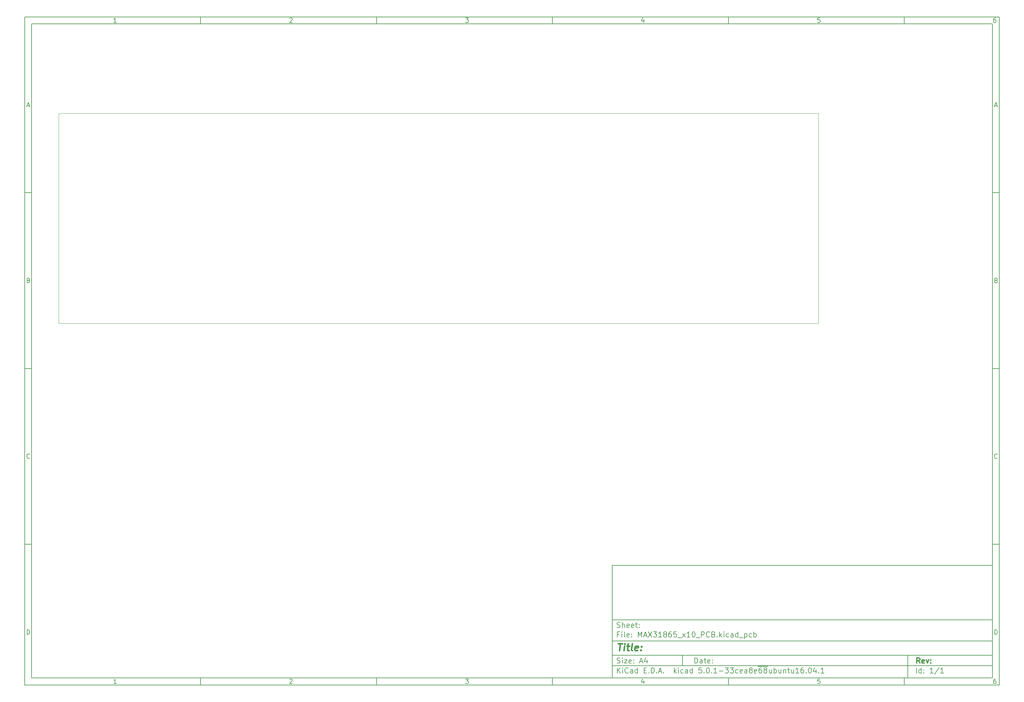
<source format=gbr>
G04 #@! TF.GenerationSoftware,KiCad,Pcbnew,5.0.1-33cea8e~68~ubuntu16.04.1*
G04 #@! TF.CreationDate,2018-10-23T13:55:12+02:00*
G04 #@! TF.ProjectId,MAX31865_x10_PCB,4D415833313836355F7831305F504342,rev?*
G04 #@! TF.SameCoordinates,Original*
G04 #@! TF.FileFunction,Profile,NP*
%FSLAX46Y46*%
G04 Gerber Fmt 4.6, Leading zero omitted, Abs format (unit mm)*
G04 Created by KiCad (PCBNEW 5.0.1-33cea8e~68~ubuntu16.04.1) date Tue 23 Oct 2018 01:55:12 PM CEST*
%MOMM*%
%LPD*%
G01*
G04 APERTURE LIST*
%ADD10C,0.100000*%
%ADD11C,0.150000*%
%ADD12C,0.300000*%
%ADD13C,0.400000*%
G04 APERTURE END LIST*
D10*
D11*
X177002200Y-166007200D02*
X177002200Y-198007200D01*
X285002200Y-198007200D01*
X285002200Y-166007200D01*
X177002200Y-166007200D01*
D10*
D11*
X10000000Y-10000000D02*
X10000000Y-200007200D01*
X287002200Y-200007200D01*
X287002200Y-10000000D01*
X10000000Y-10000000D01*
D10*
D11*
X12000000Y-12000000D02*
X12000000Y-198007200D01*
X285002200Y-198007200D01*
X285002200Y-12000000D01*
X12000000Y-12000000D01*
D10*
D11*
X60000000Y-12000000D02*
X60000000Y-10000000D01*
D10*
D11*
X110000000Y-12000000D02*
X110000000Y-10000000D01*
D10*
D11*
X160000000Y-12000000D02*
X160000000Y-10000000D01*
D10*
D11*
X210000000Y-12000000D02*
X210000000Y-10000000D01*
D10*
D11*
X260000000Y-12000000D02*
X260000000Y-10000000D01*
D10*
D11*
X36065476Y-11588095D02*
X35322619Y-11588095D01*
X35694047Y-11588095D02*
X35694047Y-10288095D01*
X35570238Y-10473809D01*
X35446428Y-10597619D01*
X35322619Y-10659523D01*
D10*
D11*
X85322619Y-10411904D02*
X85384523Y-10350000D01*
X85508333Y-10288095D01*
X85817857Y-10288095D01*
X85941666Y-10350000D01*
X86003571Y-10411904D01*
X86065476Y-10535714D01*
X86065476Y-10659523D01*
X86003571Y-10845238D01*
X85260714Y-11588095D01*
X86065476Y-11588095D01*
D10*
D11*
X135260714Y-10288095D02*
X136065476Y-10288095D01*
X135632142Y-10783333D01*
X135817857Y-10783333D01*
X135941666Y-10845238D01*
X136003571Y-10907142D01*
X136065476Y-11030952D01*
X136065476Y-11340476D01*
X136003571Y-11464285D01*
X135941666Y-11526190D01*
X135817857Y-11588095D01*
X135446428Y-11588095D01*
X135322619Y-11526190D01*
X135260714Y-11464285D01*
D10*
D11*
X185941666Y-10721428D02*
X185941666Y-11588095D01*
X185632142Y-10226190D02*
X185322619Y-11154761D01*
X186127380Y-11154761D01*
D10*
D11*
X236003571Y-10288095D02*
X235384523Y-10288095D01*
X235322619Y-10907142D01*
X235384523Y-10845238D01*
X235508333Y-10783333D01*
X235817857Y-10783333D01*
X235941666Y-10845238D01*
X236003571Y-10907142D01*
X236065476Y-11030952D01*
X236065476Y-11340476D01*
X236003571Y-11464285D01*
X235941666Y-11526190D01*
X235817857Y-11588095D01*
X235508333Y-11588095D01*
X235384523Y-11526190D01*
X235322619Y-11464285D01*
D10*
D11*
X285941666Y-10288095D02*
X285694047Y-10288095D01*
X285570238Y-10350000D01*
X285508333Y-10411904D01*
X285384523Y-10597619D01*
X285322619Y-10845238D01*
X285322619Y-11340476D01*
X285384523Y-11464285D01*
X285446428Y-11526190D01*
X285570238Y-11588095D01*
X285817857Y-11588095D01*
X285941666Y-11526190D01*
X286003571Y-11464285D01*
X286065476Y-11340476D01*
X286065476Y-11030952D01*
X286003571Y-10907142D01*
X285941666Y-10845238D01*
X285817857Y-10783333D01*
X285570238Y-10783333D01*
X285446428Y-10845238D01*
X285384523Y-10907142D01*
X285322619Y-11030952D01*
D10*
D11*
X60000000Y-198007200D02*
X60000000Y-200007200D01*
D10*
D11*
X110000000Y-198007200D02*
X110000000Y-200007200D01*
D10*
D11*
X160000000Y-198007200D02*
X160000000Y-200007200D01*
D10*
D11*
X210000000Y-198007200D02*
X210000000Y-200007200D01*
D10*
D11*
X260000000Y-198007200D02*
X260000000Y-200007200D01*
D10*
D11*
X36065476Y-199595295D02*
X35322619Y-199595295D01*
X35694047Y-199595295D02*
X35694047Y-198295295D01*
X35570238Y-198481009D01*
X35446428Y-198604819D01*
X35322619Y-198666723D01*
D10*
D11*
X85322619Y-198419104D02*
X85384523Y-198357200D01*
X85508333Y-198295295D01*
X85817857Y-198295295D01*
X85941666Y-198357200D01*
X86003571Y-198419104D01*
X86065476Y-198542914D01*
X86065476Y-198666723D01*
X86003571Y-198852438D01*
X85260714Y-199595295D01*
X86065476Y-199595295D01*
D10*
D11*
X135260714Y-198295295D02*
X136065476Y-198295295D01*
X135632142Y-198790533D01*
X135817857Y-198790533D01*
X135941666Y-198852438D01*
X136003571Y-198914342D01*
X136065476Y-199038152D01*
X136065476Y-199347676D01*
X136003571Y-199471485D01*
X135941666Y-199533390D01*
X135817857Y-199595295D01*
X135446428Y-199595295D01*
X135322619Y-199533390D01*
X135260714Y-199471485D01*
D10*
D11*
X185941666Y-198728628D02*
X185941666Y-199595295D01*
X185632142Y-198233390D02*
X185322619Y-199161961D01*
X186127380Y-199161961D01*
D10*
D11*
X236003571Y-198295295D02*
X235384523Y-198295295D01*
X235322619Y-198914342D01*
X235384523Y-198852438D01*
X235508333Y-198790533D01*
X235817857Y-198790533D01*
X235941666Y-198852438D01*
X236003571Y-198914342D01*
X236065476Y-199038152D01*
X236065476Y-199347676D01*
X236003571Y-199471485D01*
X235941666Y-199533390D01*
X235817857Y-199595295D01*
X235508333Y-199595295D01*
X235384523Y-199533390D01*
X235322619Y-199471485D01*
D10*
D11*
X285941666Y-198295295D02*
X285694047Y-198295295D01*
X285570238Y-198357200D01*
X285508333Y-198419104D01*
X285384523Y-198604819D01*
X285322619Y-198852438D01*
X285322619Y-199347676D01*
X285384523Y-199471485D01*
X285446428Y-199533390D01*
X285570238Y-199595295D01*
X285817857Y-199595295D01*
X285941666Y-199533390D01*
X286003571Y-199471485D01*
X286065476Y-199347676D01*
X286065476Y-199038152D01*
X286003571Y-198914342D01*
X285941666Y-198852438D01*
X285817857Y-198790533D01*
X285570238Y-198790533D01*
X285446428Y-198852438D01*
X285384523Y-198914342D01*
X285322619Y-199038152D01*
D10*
D11*
X10000000Y-60000000D02*
X12000000Y-60000000D01*
D10*
D11*
X10000000Y-110000000D02*
X12000000Y-110000000D01*
D10*
D11*
X10000000Y-160000000D02*
X12000000Y-160000000D01*
D10*
D11*
X10690476Y-35216666D02*
X11309523Y-35216666D01*
X10566666Y-35588095D02*
X11000000Y-34288095D01*
X11433333Y-35588095D01*
D10*
D11*
X11092857Y-84907142D02*
X11278571Y-84969047D01*
X11340476Y-85030952D01*
X11402380Y-85154761D01*
X11402380Y-85340476D01*
X11340476Y-85464285D01*
X11278571Y-85526190D01*
X11154761Y-85588095D01*
X10659523Y-85588095D01*
X10659523Y-84288095D01*
X11092857Y-84288095D01*
X11216666Y-84350000D01*
X11278571Y-84411904D01*
X11340476Y-84535714D01*
X11340476Y-84659523D01*
X11278571Y-84783333D01*
X11216666Y-84845238D01*
X11092857Y-84907142D01*
X10659523Y-84907142D01*
D10*
D11*
X11402380Y-135464285D02*
X11340476Y-135526190D01*
X11154761Y-135588095D01*
X11030952Y-135588095D01*
X10845238Y-135526190D01*
X10721428Y-135402380D01*
X10659523Y-135278571D01*
X10597619Y-135030952D01*
X10597619Y-134845238D01*
X10659523Y-134597619D01*
X10721428Y-134473809D01*
X10845238Y-134350000D01*
X11030952Y-134288095D01*
X11154761Y-134288095D01*
X11340476Y-134350000D01*
X11402380Y-134411904D01*
D10*
D11*
X10659523Y-185588095D02*
X10659523Y-184288095D01*
X10969047Y-184288095D01*
X11154761Y-184350000D01*
X11278571Y-184473809D01*
X11340476Y-184597619D01*
X11402380Y-184845238D01*
X11402380Y-185030952D01*
X11340476Y-185278571D01*
X11278571Y-185402380D01*
X11154761Y-185526190D01*
X10969047Y-185588095D01*
X10659523Y-185588095D01*
D10*
D11*
X287002200Y-60000000D02*
X285002200Y-60000000D01*
D10*
D11*
X287002200Y-110000000D02*
X285002200Y-110000000D01*
D10*
D11*
X287002200Y-160000000D02*
X285002200Y-160000000D01*
D10*
D11*
X285692676Y-35216666D02*
X286311723Y-35216666D01*
X285568866Y-35588095D02*
X286002200Y-34288095D01*
X286435533Y-35588095D01*
D10*
D11*
X286095057Y-84907142D02*
X286280771Y-84969047D01*
X286342676Y-85030952D01*
X286404580Y-85154761D01*
X286404580Y-85340476D01*
X286342676Y-85464285D01*
X286280771Y-85526190D01*
X286156961Y-85588095D01*
X285661723Y-85588095D01*
X285661723Y-84288095D01*
X286095057Y-84288095D01*
X286218866Y-84350000D01*
X286280771Y-84411904D01*
X286342676Y-84535714D01*
X286342676Y-84659523D01*
X286280771Y-84783333D01*
X286218866Y-84845238D01*
X286095057Y-84907142D01*
X285661723Y-84907142D01*
D10*
D11*
X286404580Y-135464285D02*
X286342676Y-135526190D01*
X286156961Y-135588095D01*
X286033152Y-135588095D01*
X285847438Y-135526190D01*
X285723628Y-135402380D01*
X285661723Y-135278571D01*
X285599819Y-135030952D01*
X285599819Y-134845238D01*
X285661723Y-134597619D01*
X285723628Y-134473809D01*
X285847438Y-134350000D01*
X286033152Y-134288095D01*
X286156961Y-134288095D01*
X286342676Y-134350000D01*
X286404580Y-134411904D01*
D10*
D11*
X285661723Y-185588095D02*
X285661723Y-184288095D01*
X285971247Y-184288095D01*
X286156961Y-184350000D01*
X286280771Y-184473809D01*
X286342676Y-184597619D01*
X286404580Y-184845238D01*
X286404580Y-185030952D01*
X286342676Y-185278571D01*
X286280771Y-185402380D01*
X286156961Y-185526190D01*
X285971247Y-185588095D01*
X285661723Y-185588095D01*
D10*
D11*
X200434342Y-193785771D02*
X200434342Y-192285771D01*
X200791485Y-192285771D01*
X201005771Y-192357200D01*
X201148628Y-192500057D01*
X201220057Y-192642914D01*
X201291485Y-192928628D01*
X201291485Y-193142914D01*
X201220057Y-193428628D01*
X201148628Y-193571485D01*
X201005771Y-193714342D01*
X200791485Y-193785771D01*
X200434342Y-193785771D01*
X202577200Y-193785771D02*
X202577200Y-193000057D01*
X202505771Y-192857200D01*
X202362914Y-192785771D01*
X202077200Y-192785771D01*
X201934342Y-192857200D01*
X202577200Y-193714342D02*
X202434342Y-193785771D01*
X202077200Y-193785771D01*
X201934342Y-193714342D01*
X201862914Y-193571485D01*
X201862914Y-193428628D01*
X201934342Y-193285771D01*
X202077200Y-193214342D01*
X202434342Y-193214342D01*
X202577200Y-193142914D01*
X203077200Y-192785771D02*
X203648628Y-192785771D01*
X203291485Y-192285771D02*
X203291485Y-193571485D01*
X203362914Y-193714342D01*
X203505771Y-193785771D01*
X203648628Y-193785771D01*
X204720057Y-193714342D02*
X204577200Y-193785771D01*
X204291485Y-193785771D01*
X204148628Y-193714342D01*
X204077200Y-193571485D01*
X204077200Y-193000057D01*
X204148628Y-192857200D01*
X204291485Y-192785771D01*
X204577200Y-192785771D01*
X204720057Y-192857200D01*
X204791485Y-193000057D01*
X204791485Y-193142914D01*
X204077200Y-193285771D01*
X205434342Y-193642914D02*
X205505771Y-193714342D01*
X205434342Y-193785771D01*
X205362914Y-193714342D01*
X205434342Y-193642914D01*
X205434342Y-193785771D01*
X205434342Y-192857200D02*
X205505771Y-192928628D01*
X205434342Y-193000057D01*
X205362914Y-192928628D01*
X205434342Y-192857200D01*
X205434342Y-193000057D01*
D10*
D11*
X177002200Y-194507200D02*
X285002200Y-194507200D01*
D10*
D11*
X178434342Y-196585771D02*
X178434342Y-195085771D01*
X179291485Y-196585771D02*
X178648628Y-195728628D01*
X179291485Y-195085771D02*
X178434342Y-195942914D01*
X179934342Y-196585771D02*
X179934342Y-195585771D01*
X179934342Y-195085771D02*
X179862914Y-195157200D01*
X179934342Y-195228628D01*
X180005771Y-195157200D01*
X179934342Y-195085771D01*
X179934342Y-195228628D01*
X181505771Y-196442914D02*
X181434342Y-196514342D01*
X181220057Y-196585771D01*
X181077200Y-196585771D01*
X180862914Y-196514342D01*
X180720057Y-196371485D01*
X180648628Y-196228628D01*
X180577200Y-195942914D01*
X180577200Y-195728628D01*
X180648628Y-195442914D01*
X180720057Y-195300057D01*
X180862914Y-195157200D01*
X181077200Y-195085771D01*
X181220057Y-195085771D01*
X181434342Y-195157200D01*
X181505771Y-195228628D01*
X182791485Y-196585771D02*
X182791485Y-195800057D01*
X182720057Y-195657200D01*
X182577200Y-195585771D01*
X182291485Y-195585771D01*
X182148628Y-195657200D01*
X182791485Y-196514342D02*
X182648628Y-196585771D01*
X182291485Y-196585771D01*
X182148628Y-196514342D01*
X182077200Y-196371485D01*
X182077200Y-196228628D01*
X182148628Y-196085771D01*
X182291485Y-196014342D01*
X182648628Y-196014342D01*
X182791485Y-195942914D01*
X184148628Y-196585771D02*
X184148628Y-195085771D01*
X184148628Y-196514342D02*
X184005771Y-196585771D01*
X183720057Y-196585771D01*
X183577200Y-196514342D01*
X183505771Y-196442914D01*
X183434342Y-196300057D01*
X183434342Y-195871485D01*
X183505771Y-195728628D01*
X183577200Y-195657200D01*
X183720057Y-195585771D01*
X184005771Y-195585771D01*
X184148628Y-195657200D01*
X186005771Y-195800057D02*
X186505771Y-195800057D01*
X186720057Y-196585771D02*
X186005771Y-196585771D01*
X186005771Y-195085771D01*
X186720057Y-195085771D01*
X187362914Y-196442914D02*
X187434342Y-196514342D01*
X187362914Y-196585771D01*
X187291485Y-196514342D01*
X187362914Y-196442914D01*
X187362914Y-196585771D01*
X188077200Y-196585771D02*
X188077200Y-195085771D01*
X188434342Y-195085771D01*
X188648628Y-195157200D01*
X188791485Y-195300057D01*
X188862914Y-195442914D01*
X188934342Y-195728628D01*
X188934342Y-195942914D01*
X188862914Y-196228628D01*
X188791485Y-196371485D01*
X188648628Y-196514342D01*
X188434342Y-196585771D01*
X188077200Y-196585771D01*
X189577200Y-196442914D02*
X189648628Y-196514342D01*
X189577200Y-196585771D01*
X189505771Y-196514342D01*
X189577200Y-196442914D01*
X189577200Y-196585771D01*
X190220057Y-196157200D02*
X190934342Y-196157200D01*
X190077200Y-196585771D02*
X190577200Y-195085771D01*
X191077200Y-196585771D01*
X191577200Y-196442914D02*
X191648628Y-196514342D01*
X191577200Y-196585771D01*
X191505771Y-196514342D01*
X191577200Y-196442914D01*
X191577200Y-196585771D01*
X194577200Y-196585771D02*
X194577200Y-195085771D01*
X194720057Y-196014342D02*
X195148628Y-196585771D01*
X195148628Y-195585771D02*
X194577200Y-196157200D01*
X195791485Y-196585771D02*
X195791485Y-195585771D01*
X195791485Y-195085771D02*
X195720057Y-195157200D01*
X195791485Y-195228628D01*
X195862914Y-195157200D01*
X195791485Y-195085771D01*
X195791485Y-195228628D01*
X197148628Y-196514342D02*
X197005771Y-196585771D01*
X196720057Y-196585771D01*
X196577200Y-196514342D01*
X196505771Y-196442914D01*
X196434342Y-196300057D01*
X196434342Y-195871485D01*
X196505771Y-195728628D01*
X196577200Y-195657200D01*
X196720057Y-195585771D01*
X197005771Y-195585771D01*
X197148628Y-195657200D01*
X198434342Y-196585771D02*
X198434342Y-195800057D01*
X198362914Y-195657200D01*
X198220057Y-195585771D01*
X197934342Y-195585771D01*
X197791485Y-195657200D01*
X198434342Y-196514342D02*
X198291485Y-196585771D01*
X197934342Y-196585771D01*
X197791485Y-196514342D01*
X197720057Y-196371485D01*
X197720057Y-196228628D01*
X197791485Y-196085771D01*
X197934342Y-196014342D01*
X198291485Y-196014342D01*
X198434342Y-195942914D01*
X199791485Y-196585771D02*
X199791485Y-195085771D01*
X199791485Y-196514342D02*
X199648628Y-196585771D01*
X199362914Y-196585771D01*
X199220057Y-196514342D01*
X199148628Y-196442914D01*
X199077200Y-196300057D01*
X199077200Y-195871485D01*
X199148628Y-195728628D01*
X199220057Y-195657200D01*
X199362914Y-195585771D01*
X199648628Y-195585771D01*
X199791485Y-195657200D01*
X202362914Y-195085771D02*
X201648628Y-195085771D01*
X201577200Y-195800057D01*
X201648628Y-195728628D01*
X201791485Y-195657200D01*
X202148628Y-195657200D01*
X202291485Y-195728628D01*
X202362914Y-195800057D01*
X202434342Y-195942914D01*
X202434342Y-196300057D01*
X202362914Y-196442914D01*
X202291485Y-196514342D01*
X202148628Y-196585771D01*
X201791485Y-196585771D01*
X201648628Y-196514342D01*
X201577200Y-196442914D01*
X203077200Y-196442914D02*
X203148628Y-196514342D01*
X203077200Y-196585771D01*
X203005771Y-196514342D01*
X203077200Y-196442914D01*
X203077200Y-196585771D01*
X204077200Y-195085771D02*
X204220057Y-195085771D01*
X204362914Y-195157200D01*
X204434342Y-195228628D01*
X204505771Y-195371485D01*
X204577200Y-195657200D01*
X204577200Y-196014342D01*
X204505771Y-196300057D01*
X204434342Y-196442914D01*
X204362914Y-196514342D01*
X204220057Y-196585771D01*
X204077200Y-196585771D01*
X203934342Y-196514342D01*
X203862914Y-196442914D01*
X203791485Y-196300057D01*
X203720057Y-196014342D01*
X203720057Y-195657200D01*
X203791485Y-195371485D01*
X203862914Y-195228628D01*
X203934342Y-195157200D01*
X204077200Y-195085771D01*
X205220057Y-196442914D02*
X205291485Y-196514342D01*
X205220057Y-196585771D01*
X205148628Y-196514342D01*
X205220057Y-196442914D01*
X205220057Y-196585771D01*
X206720057Y-196585771D02*
X205862914Y-196585771D01*
X206291485Y-196585771D02*
X206291485Y-195085771D01*
X206148628Y-195300057D01*
X206005771Y-195442914D01*
X205862914Y-195514342D01*
X207362914Y-196014342D02*
X208505771Y-196014342D01*
X209077200Y-195085771D02*
X210005771Y-195085771D01*
X209505771Y-195657200D01*
X209720057Y-195657200D01*
X209862914Y-195728628D01*
X209934342Y-195800057D01*
X210005771Y-195942914D01*
X210005771Y-196300057D01*
X209934342Y-196442914D01*
X209862914Y-196514342D01*
X209720057Y-196585771D01*
X209291485Y-196585771D01*
X209148628Y-196514342D01*
X209077200Y-196442914D01*
X210505771Y-195085771D02*
X211434342Y-195085771D01*
X210934342Y-195657200D01*
X211148628Y-195657200D01*
X211291485Y-195728628D01*
X211362914Y-195800057D01*
X211434342Y-195942914D01*
X211434342Y-196300057D01*
X211362914Y-196442914D01*
X211291485Y-196514342D01*
X211148628Y-196585771D01*
X210720057Y-196585771D01*
X210577200Y-196514342D01*
X210505771Y-196442914D01*
X212720057Y-196514342D02*
X212577200Y-196585771D01*
X212291485Y-196585771D01*
X212148628Y-196514342D01*
X212077200Y-196442914D01*
X212005771Y-196300057D01*
X212005771Y-195871485D01*
X212077200Y-195728628D01*
X212148628Y-195657200D01*
X212291485Y-195585771D01*
X212577200Y-195585771D01*
X212720057Y-195657200D01*
X213934342Y-196514342D02*
X213791485Y-196585771D01*
X213505771Y-196585771D01*
X213362914Y-196514342D01*
X213291485Y-196371485D01*
X213291485Y-195800057D01*
X213362914Y-195657200D01*
X213505771Y-195585771D01*
X213791485Y-195585771D01*
X213934342Y-195657200D01*
X214005771Y-195800057D01*
X214005771Y-195942914D01*
X213291485Y-196085771D01*
X215291485Y-196585771D02*
X215291485Y-195800057D01*
X215220057Y-195657200D01*
X215077200Y-195585771D01*
X214791485Y-195585771D01*
X214648628Y-195657200D01*
X215291485Y-196514342D02*
X215148628Y-196585771D01*
X214791485Y-196585771D01*
X214648628Y-196514342D01*
X214577200Y-196371485D01*
X214577200Y-196228628D01*
X214648628Y-196085771D01*
X214791485Y-196014342D01*
X215148628Y-196014342D01*
X215291485Y-195942914D01*
X216220057Y-195728628D02*
X216077200Y-195657200D01*
X216005771Y-195585771D01*
X215934342Y-195442914D01*
X215934342Y-195371485D01*
X216005771Y-195228628D01*
X216077200Y-195157200D01*
X216220057Y-195085771D01*
X216505771Y-195085771D01*
X216648628Y-195157200D01*
X216720057Y-195228628D01*
X216791485Y-195371485D01*
X216791485Y-195442914D01*
X216720057Y-195585771D01*
X216648628Y-195657200D01*
X216505771Y-195728628D01*
X216220057Y-195728628D01*
X216077200Y-195800057D01*
X216005771Y-195871485D01*
X215934342Y-196014342D01*
X215934342Y-196300057D01*
X216005771Y-196442914D01*
X216077200Y-196514342D01*
X216220057Y-196585771D01*
X216505771Y-196585771D01*
X216648628Y-196514342D01*
X216720057Y-196442914D01*
X216791485Y-196300057D01*
X216791485Y-196014342D01*
X216720057Y-195871485D01*
X216648628Y-195800057D01*
X216505771Y-195728628D01*
X218005771Y-196514342D02*
X217862914Y-196585771D01*
X217577200Y-196585771D01*
X217434342Y-196514342D01*
X217362914Y-196371485D01*
X217362914Y-195800057D01*
X217434342Y-195657200D01*
X217577200Y-195585771D01*
X217862914Y-195585771D01*
X218005771Y-195657200D01*
X218077200Y-195800057D01*
X218077200Y-195942914D01*
X217362914Y-196085771D01*
X218362914Y-194677200D02*
X219791485Y-194677200D01*
X219362914Y-195085771D02*
X219077200Y-195085771D01*
X218934342Y-195157200D01*
X218862914Y-195228628D01*
X218720057Y-195442914D01*
X218648628Y-195728628D01*
X218648628Y-196300057D01*
X218720057Y-196442914D01*
X218791485Y-196514342D01*
X218934342Y-196585771D01*
X219220057Y-196585771D01*
X219362914Y-196514342D01*
X219434342Y-196442914D01*
X219505771Y-196300057D01*
X219505771Y-195942914D01*
X219434342Y-195800057D01*
X219362914Y-195728628D01*
X219220057Y-195657200D01*
X218934342Y-195657200D01*
X218791485Y-195728628D01*
X218720057Y-195800057D01*
X218648628Y-195942914D01*
X219791485Y-194677200D02*
X221220057Y-194677200D01*
X220362914Y-195728628D02*
X220220057Y-195657200D01*
X220148628Y-195585771D01*
X220077200Y-195442914D01*
X220077200Y-195371485D01*
X220148628Y-195228628D01*
X220220057Y-195157200D01*
X220362914Y-195085771D01*
X220648628Y-195085771D01*
X220791485Y-195157200D01*
X220862914Y-195228628D01*
X220934342Y-195371485D01*
X220934342Y-195442914D01*
X220862914Y-195585771D01*
X220791485Y-195657200D01*
X220648628Y-195728628D01*
X220362914Y-195728628D01*
X220220057Y-195800057D01*
X220148628Y-195871485D01*
X220077200Y-196014342D01*
X220077200Y-196300057D01*
X220148628Y-196442914D01*
X220220057Y-196514342D01*
X220362914Y-196585771D01*
X220648628Y-196585771D01*
X220791485Y-196514342D01*
X220862914Y-196442914D01*
X220934342Y-196300057D01*
X220934342Y-196014342D01*
X220862914Y-195871485D01*
X220791485Y-195800057D01*
X220648628Y-195728628D01*
X222220057Y-195585771D02*
X222220057Y-196585771D01*
X221577200Y-195585771D02*
X221577200Y-196371485D01*
X221648628Y-196514342D01*
X221791485Y-196585771D01*
X222005771Y-196585771D01*
X222148628Y-196514342D01*
X222220057Y-196442914D01*
X222934342Y-196585771D02*
X222934342Y-195085771D01*
X222934342Y-195657200D02*
X223077200Y-195585771D01*
X223362914Y-195585771D01*
X223505771Y-195657200D01*
X223577200Y-195728628D01*
X223648628Y-195871485D01*
X223648628Y-196300057D01*
X223577200Y-196442914D01*
X223505771Y-196514342D01*
X223362914Y-196585771D01*
X223077200Y-196585771D01*
X222934342Y-196514342D01*
X224934342Y-195585771D02*
X224934342Y-196585771D01*
X224291485Y-195585771D02*
X224291485Y-196371485D01*
X224362914Y-196514342D01*
X224505771Y-196585771D01*
X224720057Y-196585771D01*
X224862914Y-196514342D01*
X224934342Y-196442914D01*
X225648628Y-195585771D02*
X225648628Y-196585771D01*
X225648628Y-195728628D02*
X225720057Y-195657200D01*
X225862914Y-195585771D01*
X226077200Y-195585771D01*
X226220057Y-195657200D01*
X226291485Y-195800057D01*
X226291485Y-196585771D01*
X226791485Y-195585771D02*
X227362914Y-195585771D01*
X227005771Y-195085771D02*
X227005771Y-196371485D01*
X227077200Y-196514342D01*
X227220057Y-196585771D01*
X227362914Y-196585771D01*
X228505771Y-195585771D02*
X228505771Y-196585771D01*
X227862914Y-195585771D02*
X227862914Y-196371485D01*
X227934342Y-196514342D01*
X228077200Y-196585771D01*
X228291485Y-196585771D01*
X228434342Y-196514342D01*
X228505771Y-196442914D01*
X230005771Y-196585771D02*
X229148628Y-196585771D01*
X229577200Y-196585771D02*
X229577200Y-195085771D01*
X229434342Y-195300057D01*
X229291485Y-195442914D01*
X229148628Y-195514342D01*
X231291485Y-195085771D02*
X231005771Y-195085771D01*
X230862914Y-195157200D01*
X230791485Y-195228628D01*
X230648628Y-195442914D01*
X230577200Y-195728628D01*
X230577200Y-196300057D01*
X230648628Y-196442914D01*
X230720057Y-196514342D01*
X230862914Y-196585771D01*
X231148628Y-196585771D01*
X231291485Y-196514342D01*
X231362914Y-196442914D01*
X231434342Y-196300057D01*
X231434342Y-195942914D01*
X231362914Y-195800057D01*
X231291485Y-195728628D01*
X231148628Y-195657200D01*
X230862914Y-195657200D01*
X230720057Y-195728628D01*
X230648628Y-195800057D01*
X230577200Y-195942914D01*
X232077200Y-196442914D02*
X232148628Y-196514342D01*
X232077200Y-196585771D01*
X232005771Y-196514342D01*
X232077200Y-196442914D01*
X232077200Y-196585771D01*
X233077200Y-195085771D02*
X233220057Y-195085771D01*
X233362914Y-195157200D01*
X233434342Y-195228628D01*
X233505771Y-195371485D01*
X233577200Y-195657200D01*
X233577200Y-196014342D01*
X233505771Y-196300057D01*
X233434342Y-196442914D01*
X233362914Y-196514342D01*
X233220057Y-196585771D01*
X233077200Y-196585771D01*
X232934342Y-196514342D01*
X232862914Y-196442914D01*
X232791485Y-196300057D01*
X232720057Y-196014342D01*
X232720057Y-195657200D01*
X232791485Y-195371485D01*
X232862914Y-195228628D01*
X232934342Y-195157200D01*
X233077200Y-195085771D01*
X234862914Y-195585771D02*
X234862914Y-196585771D01*
X234505771Y-195014342D02*
X234148628Y-196085771D01*
X235077200Y-196085771D01*
X235648628Y-196442914D02*
X235720057Y-196514342D01*
X235648628Y-196585771D01*
X235577199Y-196514342D01*
X235648628Y-196442914D01*
X235648628Y-196585771D01*
X237148628Y-196585771D02*
X236291485Y-196585771D01*
X236720057Y-196585771D02*
X236720057Y-195085771D01*
X236577200Y-195300057D01*
X236434342Y-195442914D01*
X236291485Y-195514342D01*
D10*
D11*
X177002200Y-191507200D02*
X285002200Y-191507200D01*
D10*
D12*
X264411485Y-193785771D02*
X263911485Y-193071485D01*
X263554342Y-193785771D02*
X263554342Y-192285771D01*
X264125771Y-192285771D01*
X264268628Y-192357200D01*
X264340057Y-192428628D01*
X264411485Y-192571485D01*
X264411485Y-192785771D01*
X264340057Y-192928628D01*
X264268628Y-193000057D01*
X264125771Y-193071485D01*
X263554342Y-193071485D01*
X265625771Y-193714342D02*
X265482914Y-193785771D01*
X265197200Y-193785771D01*
X265054342Y-193714342D01*
X264982914Y-193571485D01*
X264982914Y-193000057D01*
X265054342Y-192857200D01*
X265197200Y-192785771D01*
X265482914Y-192785771D01*
X265625771Y-192857200D01*
X265697200Y-193000057D01*
X265697200Y-193142914D01*
X264982914Y-193285771D01*
X266197200Y-192785771D02*
X266554342Y-193785771D01*
X266911485Y-192785771D01*
X267482914Y-193642914D02*
X267554342Y-193714342D01*
X267482914Y-193785771D01*
X267411485Y-193714342D01*
X267482914Y-193642914D01*
X267482914Y-193785771D01*
X267482914Y-192857200D02*
X267554342Y-192928628D01*
X267482914Y-193000057D01*
X267411485Y-192928628D01*
X267482914Y-192857200D01*
X267482914Y-193000057D01*
D10*
D11*
X178362914Y-193714342D02*
X178577200Y-193785771D01*
X178934342Y-193785771D01*
X179077200Y-193714342D01*
X179148628Y-193642914D01*
X179220057Y-193500057D01*
X179220057Y-193357200D01*
X179148628Y-193214342D01*
X179077200Y-193142914D01*
X178934342Y-193071485D01*
X178648628Y-193000057D01*
X178505771Y-192928628D01*
X178434342Y-192857200D01*
X178362914Y-192714342D01*
X178362914Y-192571485D01*
X178434342Y-192428628D01*
X178505771Y-192357200D01*
X178648628Y-192285771D01*
X179005771Y-192285771D01*
X179220057Y-192357200D01*
X179862914Y-193785771D02*
X179862914Y-192785771D01*
X179862914Y-192285771D02*
X179791485Y-192357200D01*
X179862914Y-192428628D01*
X179934342Y-192357200D01*
X179862914Y-192285771D01*
X179862914Y-192428628D01*
X180434342Y-192785771D02*
X181220057Y-192785771D01*
X180434342Y-193785771D01*
X181220057Y-193785771D01*
X182362914Y-193714342D02*
X182220057Y-193785771D01*
X181934342Y-193785771D01*
X181791485Y-193714342D01*
X181720057Y-193571485D01*
X181720057Y-193000057D01*
X181791485Y-192857200D01*
X181934342Y-192785771D01*
X182220057Y-192785771D01*
X182362914Y-192857200D01*
X182434342Y-193000057D01*
X182434342Y-193142914D01*
X181720057Y-193285771D01*
X183077200Y-193642914D02*
X183148628Y-193714342D01*
X183077200Y-193785771D01*
X183005771Y-193714342D01*
X183077200Y-193642914D01*
X183077200Y-193785771D01*
X183077200Y-192857200D02*
X183148628Y-192928628D01*
X183077200Y-193000057D01*
X183005771Y-192928628D01*
X183077200Y-192857200D01*
X183077200Y-193000057D01*
X184862914Y-193357200D02*
X185577200Y-193357200D01*
X184720057Y-193785771D02*
X185220057Y-192285771D01*
X185720057Y-193785771D01*
X186862914Y-192785771D02*
X186862914Y-193785771D01*
X186505771Y-192214342D02*
X186148628Y-193285771D01*
X187077200Y-193285771D01*
D10*
D11*
X263434342Y-196585771D02*
X263434342Y-195085771D01*
X264791485Y-196585771D02*
X264791485Y-195085771D01*
X264791485Y-196514342D02*
X264648628Y-196585771D01*
X264362914Y-196585771D01*
X264220057Y-196514342D01*
X264148628Y-196442914D01*
X264077200Y-196300057D01*
X264077200Y-195871485D01*
X264148628Y-195728628D01*
X264220057Y-195657200D01*
X264362914Y-195585771D01*
X264648628Y-195585771D01*
X264791485Y-195657200D01*
X265505771Y-196442914D02*
X265577200Y-196514342D01*
X265505771Y-196585771D01*
X265434342Y-196514342D01*
X265505771Y-196442914D01*
X265505771Y-196585771D01*
X265505771Y-195657200D02*
X265577200Y-195728628D01*
X265505771Y-195800057D01*
X265434342Y-195728628D01*
X265505771Y-195657200D01*
X265505771Y-195800057D01*
X268148628Y-196585771D02*
X267291485Y-196585771D01*
X267720057Y-196585771D02*
X267720057Y-195085771D01*
X267577200Y-195300057D01*
X267434342Y-195442914D01*
X267291485Y-195514342D01*
X269862914Y-195014342D02*
X268577200Y-196942914D01*
X271148628Y-196585771D02*
X270291485Y-196585771D01*
X270720057Y-196585771D02*
X270720057Y-195085771D01*
X270577200Y-195300057D01*
X270434342Y-195442914D01*
X270291485Y-195514342D01*
D10*
D11*
X177002200Y-187507200D02*
X285002200Y-187507200D01*
D10*
D13*
X178714580Y-188211961D02*
X179857438Y-188211961D01*
X179036009Y-190211961D02*
X179286009Y-188211961D01*
X180274104Y-190211961D02*
X180440771Y-188878628D01*
X180524104Y-188211961D02*
X180416961Y-188307200D01*
X180500295Y-188402438D01*
X180607438Y-188307200D01*
X180524104Y-188211961D01*
X180500295Y-188402438D01*
X181107438Y-188878628D02*
X181869342Y-188878628D01*
X181476485Y-188211961D02*
X181262200Y-189926247D01*
X181333628Y-190116723D01*
X181512200Y-190211961D01*
X181702676Y-190211961D01*
X182655057Y-190211961D02*
X182476485Y-190116723D01*
X182405057Y-189926247D01*
X182619342Y-188211961D01*
X184190771Y-190116723D02*
X183988390Y-190211961D01*
X183607438Y-190211961D01*
X183428866Y-190116723D01*
X183357438Y-189926247D01*
X183452676Y-189164342D01*
X183571723Y-188973866D01*
X183774104Y-188878628D01*
X184155057Y-188878628D01*
X184333628Y-188973866D01*
X184405057Y-189164342D01*
X184381247Y-189354819D01*
X183405057Y-189545295D01*
X185155057Y-190021485D02*
X185238390Y-190116723D01*
X185131247Y-190211961D01*
X185047914Y-190116723D01*
X185155057Y-190021485D01*
X185131247Y-190211961D01*
X185286009Y-188973866D02*
X185369342Y-189069104D01*
X185262200Y-189164342D01*
X185178866Y-189069104D01*
X185286009Y-188973866D01*
X185262200Y-189164342D01*
D10*
D11*
X178934342Y-185600057D02*
X178434342Y-185600057D01*
X178434342Y-186385771D02*
X178434342Y-184885771D01*
X179148628Y-184885771D01*
X179720057Y-186385771D02*
X179720057Y-185385771D01*
X179720057Y-184885771D02*
X179648628Y-184957200D01*
X179720057Y-185028628D01*
X179791485Y-184957200D01*
X179720057Y-184885771D01*
X179720057Y-185028628D01*
X180648628Y-186385771D02*
X180505771Y-186314342D01*
X180434342Y-186171485D01*
X180434342Y-184885771D01*
X181791485Y-186314342D02*
X181648628Y-186385771D01*
X181362914Y-186385771D01*
X181220057Y-186314342D01*
X181148628Y-186171485D01*
X181148628Y-185600057D01*
X181220057Y-185457200D01*
X181362914Y-185385771D01*
X181648628Y-185385771D01*
X181791485Y-185457200D01*
X181862914Y-185600057D01*
X181862914Y-185742914D01*
X181148628Y-185885771D01*
X182505771Y-186242914D02*
X182577200Y-186314342D01*
X182505771Y-186385771D01*
X182434342Y-186314342D01*
X182505771Y-186242914D01*
X182505771Y-186385771D01*
X182505771Y-185457200D02*
X182577200Y-185528628D01*
X182505771Y-185600057D01*
X182434342Y-185528628D01*
X182505771Y-185457200D01*
X182505771Y-185600057D01*
X184362914Y-186385771D02*
X184362914Y-184885771D01*
X184862914Y-185957200D01*
X185362914Y-184885771D01*
X185362914Y-186385771D01*
X186005771Y-185957200D02*
X186720057Y-185957200D01*
X185862914Y-186385771D02*
X186362914Y-184885771D01*
X186862914Y-186385771D01*
X187220057Y-184885771D02*
X188220057Y-186385771D01*
X188220057Y-184885771D02*
X187220057Y-186385771D01*
X188648628Y-184885771D02*
X189577200Y-184885771D01*
X189077200Y-185457200D01*
X189291485Y-185457200D01*
X189434342Y-185528628D01*
X189505771Y-185600057D01*
X189577200Y-185742914D01*
X189577200Y-186100057D01*
X189505771Y-186242914D01*
X189434342Y-186314342D01*
X189291485Y-186385771D01*
X188862914Y-186385771D01*
X188720057Y-186314342D01*
X188648628Y-186242914D01*
X191005771Y-186385771D02*
X190148628Y-186385771D01*
X190577200Y-186385771D02*
X190577200Y-184885771D01*
X190434342Y-185100057D01*
X190291485Y-185242914D01*
X190148628Y-185314342D01*
X191862914Y-185528628D02*
X191720057Y-185457200D01*
X191648628Y-185385771D01*
X191577200Y-185242914D01*
X191577200Y-185171485D01*
X191648628Y-185028628D01*
X191720057Y-184957200D01*
X191862914Y-184885771D01*
X192148628Y-184885771D01*
X192291485Y-184957200D01*
X192362914Y-185028628D01*
X192434342Y-185171485D01*
X192434342Y-185242914D01*
X192362914Y-185385771D01*
X192291485Y-185457200D01*
X192148628Y-185528628D01*
X191862914Y-185528628D01*
X191720057Y-185600057D01*
X191648628Y-185671485D01*
X191577200Y-185814342D01*
X191577200Y-186100057D01*
X191648628Y-186242914D01*
X191720057Y-186314342D01*
X191862914Y-186385771D01*
X192148628Y-186385771D01*
X192291485Y-186314342D01*
X192362914Y-186242914D01*
X192434342Y-186100057D01*
X192434342Y-185814342D01*
X192362914Y-185671485D01*
X192291485Y-185600057D01*
X192148628Y-185528628D01*
X193720057Y-184885771D02*
X193434342Y-184885771D01*
X193291485Y-184957200D01*
X193220057Y-185028628D01*
X193077200Y-185242914D01*
X193005771Y-185528628D01*
X193005771Y-186100057D01*
X193077200Y-186242914D01*
X193148628Y-186314342D01*
X193291485Y-186385771D01*
X193577200Y-186385771D01*
X193720057Y-186314342D01*
X193791485Y-186242914D01*
X193862914Y-186100057D01*
X193862914Y-185742914D01*
X193791485Y-185600057D01*
X193720057Y-185528628D01*
X193577200Y-185457200D01*
X193291485Y-185457200D01*
X193148628Y-185528628D01*
X193077200Y-185600057D01*
X193005771Y-185742914D01*
X195220057Y-184885771D02*
X194505771Y-184885771D01*
X194434342Y-185600057D01*
X194505771Y-185528628D01*
X194648628Y-185457200D01*
X195005771Y-185457200D01*
X195148628Y-185528628D01*
X195220057Y-185600057D01*
X195291485Y-185742914D01*
X195291485Y-186100057D01*
X195220057Y-186242914D01*
X195148628Y-186314342D01*
X195005771Y-186385771D01*
X194648628Y-186385771D01*
X194505771Y-186314342D01*
X194434342Y-186242914D01*
X195577200Y-186528628D02*
X196720057Y-186528628D01*
X196934342Y-186385771D02*
X197720057Y-185385771D01*
X196934342Y-185385771D02*
X197720057Y-186385771D01*
X199077200Y-186385771D02*
X198220057Y-186385771D01*
X198648628Y-186385771D02*
X198648628Y-184885771D01*
X198505771Y-185100057D01*
X198362914Y-185242914D01*
X198220057Y-185314342D01*
X200005771Y-184885771D02*
X200148628Y-184885771D01*
X200291485Y-184957200D01*
X200362914Y-185028628D01*
X200434342Y-185171485D01*
X200505771Y-185457200D01*
X200505771Y-185814342D01*
X200434342Y-186100057D01*
X200362914Y-186242914D01*
X200291485Y-186314342D01*
X200148628Y-186385771D01*
X200005771Y-186385771D01*
X199862914Y-186314342D01*
X199791485Y-186242914D01*
X199720057Y-186100057D01*
X199648628Y-185814342D01*
X199648628Y-185457200D01*
X199720057Y-185171485D01*
X199791485Y-185028628D01*
X199862914Y-184957200D01*
X200005771Y-184885771D01*
X200791485Y-186528628D02*
X201934342Y-186528628D01*
X202291485Y-186385771D02*
X202291485Y-184885771D01*
X202862914Y-184885771D01*
X203005771Y-184957200D01*
X203077200Y-185028628D01*
X203148628Y-185171485D01*
X203148628Y-185385771D01*
X203077200Y-185528628D01*
X203005771Y-185600057D01*
X202862914Y-185671485D01*
X202291485Y-185671485D01*
X204648628Y-186242914D02*
X204577200Y-186314342D01*
X204362914Y-186385771D01*
X204220057Y-186385771D01*
X204005771Y-186314342D01*
X203862914Y-186171485D01*
X203791485Y-186028628D01*
X203720057Y-185742914D01*
X203720057Y-185528628D01*
X203791485Y-185242914D01*
X203862914Y-185100057D01*
X204005771Y-184957200D01*
X204220057Y-184885771D01*
X204362914Y-184885771D01*
X204577200Y-184957200D01*
X204648628Y-185028628D01*
X205791485Y-185600057D02*
X206005771Y-185671485D01*
X206077200Y-185742914D01*
X206148628Y-185885771D01*
X206148628Y-186100057D01*
X206077200Y-186242914D01*
X206005771Y-186314342D01*
X205862914Y-186385771D01*
X205291485Y-186385771D01*
X205291485Y-184885771D01*
X205791485Y-184885771D01*
X205934342Y-184957200D01*
X206005771Y-185028628D01*
X206077200Y-185171485D01*
X206077200Y-185314342D01*
X206005771Y-185457200D01*
X205934342Y-185528628D01*
X205791485Y-185600057D01*
X205291485Y-185600057D01*
X206791485Y-186242914D02*
X206862914Y-186314342D01*
X206791485Y-186385771D01*
X206720057Y-186314342D01*
X206791485Y-186242914D01*
X206791485Y-186385771D01*
X207505771Y-186385771D02*
X207505771Y-184885771D01*
X207648628Y-185814342D02*
X208077200Y-186385771D01*
X208077200Y-185385771D02*
X207505771Y-185957200D01*
X208720057Y-186385771D02*
X208720057Y-185385771D01*
X208720057Y-184885771D02*
X208648628Y-184957200D01*
X208720057Y-185028628D01*
X208791485Y-184957200D01*
X208720057Y-184885771D01*
X208720057Y-185028628D01*
X210077200Y-186314342D02*
X209934342Y-186385771D01*
X209648628Y-186385771D01*
X209505771Y-186314342D01*
X209434342Y-186242914D01*
X209362914Y-186100057D01*
X209362914Y-185671485D01*
X209434342Y-185528628D01*
X209505771Y-185457200D01*
X209648628Y-185385771D01*
X209934342Y-185385771D01*
X210077200Y-185457200D01*
X211362914Y-186385771D02*
X211362914Y-185600057D01*
X211291485Y-185457200D01*
X211148628Y-185385771D01*
X210862914Y-185385771D01*
X210720057Y-185457200D01*
X211362914Y-186314342D02*
X211220057Y-186385771D01*
X210862914Y-186385771D01*
X210720057Y-186314342D01*
X210648628Y-186171485D01*
X210648628Y-186028628D01*
X210720057Y-185885771D01*
X210862914Y-185814342D01*
X211220057Y-185814342D01*
X211362914Y-185742914D01*
X212720057Y-186385771D02*
X212720057Y-184885771D01*
X212720057Y-186314342D02*
X212577200Y-186385771D01*
X212291485Y-186385771D01*
X212148628Y-186314342D01*
X212077200Y-186242914D01*
X212005771Y-186100057D01*
X212005771Y-185671485D01*
X212077200Y-185528628D01*
X212148628Y-185457200D01*
X212291485Y-185385771D01*
X212577200Y-185385771D01*
X212720057Y-185457200D01*
X213077200Y-186528628D02*
X214220057Y-186528628D01*
X214577200Y-185385771D02*
X214577200Y-186885771D01*
X214577200Y-185457200D02*
X214720057Y-185385771D01*
X215005771Y-185385771D01*
X215148628Y-185457200D01*
X215220057Y-185528628D01*
X215291485Y-185671485D01*
X215291485Y-186100057D01*
X215220057Y-186242914D01*
X215148628Y-186314342D01*
X215005771Y-186385771D01*
X214720057Y-186385771D01*
X214577200Y-186314342D01*
X216577200Y-186314342D02*
X216434342Y-186385771D01*
X216148628Y-186385771D01*
X216005771Y-186314342D01*
X215934342Y-186242914D01*
X215862914Y-186100057D01*
X215862914Y-185671485D01*
X215934342Y-185528628D01*
X216005771Y-185457200D01*
X216148628Y-185385771D01*
X216434342Y-185385771D01*
X216577200Y-185457200D01*
X217220057Y-186385771D02*
X217220057Y-184885771D01*
X217220057Y-185457200D02*
X217362914Y-185385771D01*
X217648628Y-185385771D01*
X217791485Y-185457200D01*
X217862914Y-185528628D01*
X217934342Y-185671485D01*
X217934342Y-186100057D01*
X217862914Y-186242914D01*
X217791485Y-186314342D01*
X217648628Y-186385771D01*
X217362914Y-186385771D01*
X217220057Y-186314342D01*
D10*
D11*
X177002200Y-181507200D02*
X285002200Y-181507200D01*
D10*
D11*
X178362914Y-183614342D02*
X178577200Y-183685771D01*
X178934342Y-183685771D01*
X179077200Y-183614342D01*
X179148628Y-183542914D01*
X179220057Y-183400057D01*
X179220057Y-183257200D01*
X179148628Y-183114342D01*
X179077200Y-183042914D01*
X178934342Y-182971485D01*
X178648628Y-182900057D01*
X178505771Y-182828628D01*
X178434342Y-182757200D01*
X178362914Y-182614342D01*
X178362914Y-182471485D01*
X178434342Y-182328628D01*
X178505771Y-182257200D01*
X178648628Y-182185771D01*
X179005771Y-182185771D01*
X179220057Y-182257200D01*
X179862914Y-183685771D02*
X179862914Y-182185771D01*
X180505771Y-183685771D02*
X180505771Y-182900057D01*
X180434342Y-182757200D01*
X180291485Y-182685771D01*
X180077200Y-182685771D01*
X179934342Y-182757200D01*
X179862914Y-182828628D01*
X181791485Y-183614342D02*
X181648628Y-183685771D01*
X181362914Y-183685771D01*
X181220057Y-183614342D01*
X181148628Y-183471485D01*
X181148628Y-182900057D01*
X181220057Y-182757200D01*
X181362914Y-182685771D01*
X181648628Y-182685771D01*
X181791485Y-182757200D01*
X181862914Y-182900057D01*
X181862914Y-183042914D01*
X181148628Y-183185771D01*
X183077200Y-183614342D02*
X182934342Y-183685771D01*
X182648628Y-183685771D01*
X182505771Y-183614342D01*
X182434342Y-183471485D01*
X182434342Y-182900057D01*
X182505771Y-182757200D01*
X182648628Y-182685771D01*
X182934342Y-182685771D01*
X183077200Y-182757200D01*
X183148628Y-182900057D01*
X183148628Y-183042914D01*
X182434342Y-183185771D01*
X183577200Y-182685771D02*
X184148628Y-182685771D01*
X183791485Y-182185771D02*
X183791485Y-183471485D01*
X183862914Y-183614342D01*
X184005771Y-183685771D01*
X184148628Y-183685771D01*
X184648628Y-183542914D02*
X184720057Y-183614342D01*
X184648628Y-183685771D01*
X184577200Y-183614342D01*
X184648628Y-183542914D01*
X184648628Y-183685771D01*
X184648628Y-182757200D02*
X184720057Y-182828628D01*
X184648628Y-182900057D01*
X184577200Y-182828628D01*
X184648628Y-182757200D01*
X184648628Y-182900057D01*
D10*
D11*
X197002200Y-191507200D02*
X197002200Y-194507200D01*
D10*
D11*
X261002200Y-191507200D02*
X261002200Y-198007200D01*
D10*
X19685000Y-37465000D02*
X19685000Y-97155000D01*
X235585000Y-37465000D02*
X19685000Y-37465000D01*
X235585000Y-97155000D02*
X235585000Y-37465000D01*
X19685000Y-97155000D02*
X235585000Y-97155000D01*
M02*

</source>
